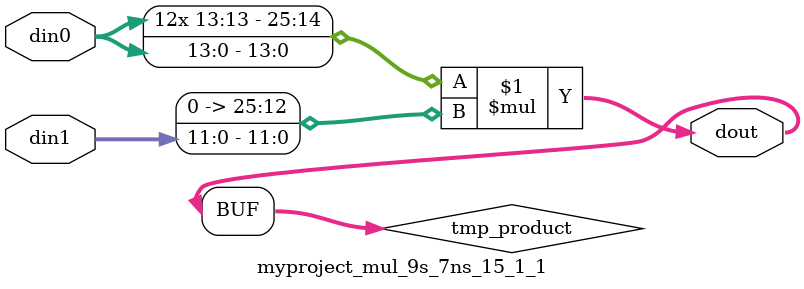
<source format=v>

`timescale 1 ns / 1 ps

 module myproject_mul_9s_7ns_15_1_1(din0, din1, dout);
parameter ID = 1;
parameter NUM_STAGE = 0;
parameter din0_WIDTH = 14;
parameter din1_WIDTH = 12;
parameter dout_WIDTH = 26;

input [din0_WIDTH - 1 : 0] din0; 
input [din1_WIDTH - 1 : 0] din1; 
output [dout_WIDTH - 1 : 0] dout;

wire signed [dout_WIDTH - 1 : 0] tmp_product;


























assign tmp_product = $signed(din0) * $signed({1'b0, din1});









assign dout = tmp_product;





















endmodule

</source>
